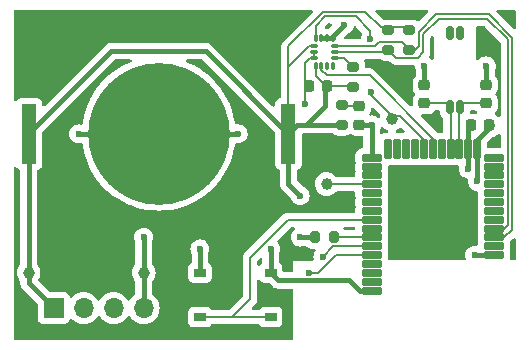
<source format=gbr>
%TF.GenerationSoftware,KiCad,Pcbnew,8.0.3*%
%TF.CreationDate,2024-06-24T08:11:51-04:00*%
%TF.ProjectId,bike_cadence_meter,62696b65-5f63-4616-9465-6e63655f6d65,rev?*%
%TF.SameCoordinates,Original*%
%TF.FileFunction,Copper,L1,Top*%
%TF.FilePolarity,Positive*%
%FSLAX46Y46*%
G04 Gerber Fmt 4.6, Leading zero omitted, Abs format (unit mm)*
G04 Created by KiCad (PCBNEW 8.0.3) date 2024-06-24 08:11:51*
%MOMM*%
%LPD*%
G01*
G04 APERTURE LIST*
G04 Aperture macros list*
%AMRoundRect*
0 Rectangle with rounded corners*
0 $1 Rounding radius*
0 $2 $3 $4 $5 $6 $7 $8 $9 X,Y pos of 4 corners*
0 Add a 4 corners polygon primitive as box body*
4,1,4,$2,$3,$4,$5,$6,$7,$8,$9,$2,$3,0*
0 Add four circle primitives for the rounded corners*
1,1,$1+$1,$2,$3*
1,1,$1+$1,$4,$5*
1,1,$1+$1,$6,$7*
1,1,$1+$1,$8,$9*
0 Add four rect primitives between the rounded corners*
20,1,$1+$1,$2,$3,$4,$5,0*
20,1,$1+$1,$4,$5,$6,$7,0*
20,1,$1+$1,$6,$7,$8,$9,0*
20,1,$1+$1,$8,$9,$2,$3,0*%
G04 Aperture macros list end*
%TA.AperFunction,SMDPad,CuDef*%
%ADD10C,1.000000*%
%TD*%
%TA.AperFunction,SMDPad,CuDef*%
%ADD11RoundRect,0.200000X0.275000X-0.200000X0.275000X0.200000X-0.275000X0.200000X-0.275000X-0.200000X0*%
%TD*%
%TA.AperFunction,ComponentPad*%
%ADD12R,1.700000X1.700000*%
%TD*%
%TA.AperFunction,ComponentPad*%
%ADD13O,1.700000X1.700000*%
%TD*%
%TA.AperFunction,SMDPad,CuDef*%
%ADD14RoundRect,0.200000X-0.275000X0.200000X-0.275000X-0.200000X0.275000X-0.200000X0.275000X0.200000X0*%
%TD*%
%TA.AperFunction,SMDPad,CuDef*%
%ADD15RoundRect,0.225000X0.225000X0.250000X-0.225000X0.250000X-0.225000X-0.250000X0.225000X-0.250000X0*%
%TD*%
%TA.AperFunction,SMDPad,CuDef*%
%ADD16RoundRect,0.225000X-0.250000X0.225000X-0.250000X-0.225000X0.250000X-0.225000X0.250000X0.225000X0*%
%TD*%
%TA.AperFunction,SMDPad,CuDef*%
%ADD17RoundRect,0.200000X-0.200000X-0.275000X0.200000X-0.275000X0.200000X0.275000X-0.200000X0.275000X0*%
%TD*%
%TA.AperFunction,SMDPad,CuDef*%
%ADD18RoundRect,0.150000X0.725000X0.150000X-0.725000X0.150000X-0.725000X-0.150000X0.725000X-0.150000X0*%
%TD*%
%TA.AperFunction,SMDPad,CuDef*%
%ADD19RoundRect,0.150000X-0.150000X0.725000X-0.150000X-0.725000X0.150000X-0.725000X0.150000X0.725000X0*%
%TD*%
%TA.AperFunction,SMDPad,CuDef*%
%ADD20R,1.000000X0.750000*%
%TD*%
%TA.AperFunction,SMDPad,CuDef*%
%ADD21RoundRect,0.218750X-0.256250X0.218750X-0.256250X-0.218750X0.256250X-0.218750X0.256250X0.218750X0*%
%TD*%
%TA.AperFunction,SMDPad,CuDef*%
%ADD22RoundRect,0.150000X0.150000X-0.450000X0.150000X0.450000X-0.150000X0.450000X-0.150000X-0.450000X0*%
%TD*%
%TA.AperFunction,SMDPad,CuDef*%
%ADD23C,12.000000*%
%TD*%
%TA.AperFunction,SMDPad,CuDef*%
%ADD24R,1.270000X5.080000*%
%TD*%
%TA.AperFunction,SMDPad,CuDef*%
%ADD25RoundRect,0.087500X-0.087500X0.225000X-0.087500X-0.225000X0.087500X-0.225000X0.087500X0.225000X0*%
%TD*%
%TA.AperFunction,SMDPad,CuDef*%
%ADD26RoundRect,0.087500X-0.225000X0.087500X-0.225000X-0.087500X0.225000X-0.087500X0.225000X0.087500X0*%
%TD*%
%TA.AperFunction,ViaPad*%
%ADD27C,0.600000*%
%TD*%
%TA.AperFunction,Conductor*%
%ADD28C,0.200000*%
%TD*%
%TA.AperFunction,Conductor*%
%ADD29C,0.400000*%
%TD*%
G04 APERTURE END LIST*
D10*
%TO.P,TP4,1,1*%
%TO.N,INT_1*%
X57250000Y-30750000D03*
%TD*%
%TO.P,VCC,1,1*%
%TO.N,VCC*%
X26500000Y-43750000D03*
%TD*%
%TO.P,GND,1,1*%
%TO.N,GND*%
X36250000Y-43750000D03*
%TD*%
%TO.P,P13,1,1*%
%TO.N,Net-(TP1-Pad1)*%
X51750000Y-36250000D03*
%TD*%
D11*
%TO.P,R5,1*%
%TO.N,VCC*%
X53000000Y-31250000D03*
%TO.P,R5,2*%
%TO.N,Net-(D1-K)*%
X53000000Y-29600000D03*
%TD*%
%TO.P,R2,1*%
%TO.N,SDA_1*%
X58750000Y-24900000D03*
%TO.P,R2,2*%
%TO.N,VCC*%
X58750000Y-23250000D03*
%TD*%
D12*
%TO.P,J2,1,Pin_1*%
%TO.N,VCC*%
X28630000Y-46750000D03*
D13*
%TO.P,J2,2,Pin_2*%
%TO.N,SWDIO*%
X31170000Y-46750000D03*
%TO.P,J2,3,Pin_3*%
%TO.N,SWDCLK*%
X33710000Y-46750000D03*
%TO.P,J2,4,Pin_4*%
%TO.N,GND*%
X36250000Y-46750000D03*
%TD*%
D14*
%TO.P,R4,1*%
%TO.N,Net-(U2-CS)*%
X54000000Y-26350000D03*
%TO.P,R4,2*%
%TO.N,VCC*%
X54000000Y-28000000D03*
%TD*%
%TO.P,R1,1*%
%TO.N,VCC*%
X56950000Y-23250000D03*
%TO.P,R1,2*%
%TO.N,SCL_1*%
X56950000Y-24900000D03*
%TD*%
D15*
%TO.P,C2,1*%
%TO.N,GND*%
X65500000Y-31280000D03*
%TO.P,C2,2*%
%TO.N,VCC*%
X63950000Y-31280000D03*
%TD*%
D16*
%TO.P,C6,1*%
%TO.N,GND*%
X60000000Y-27862500D03*
%TO.P,C6,2*%
%TO.N,XL2*%
X60000000Y-29412500D03*
%TD*%
D15*
%TO.P,C1,1*%
%TO.N,VCC*%
X51800000Y-27970000D03*
%TO.P,C1,2*%
%TO.N,GND*%
X50250000Y-27970000D03*
%TD*%
D17*
%TO.P,R3,1*%
%TO.N,VCC*%
X50750000Y-40750000D03*
%TO.P,R3,2*%
%TO.N,Net-(U1-nRESET)*%
X52400000Y-40750000D03*
%TD*%
D18*
%TO.P,U1,39,GND*%
%TO.N,GND*%
X65900000Y-42280000D03*
%TO.P,U1,38,CLK*%
%TO.N,unconnected-(U1-CLK-Pad38)*%
X65900000Y-41530000D03*
%TO.P,U1,37,SDA*%
%TO.N,SDA_1*%
X65900000Y-40780000D03*
%TO.P,U1,36,SCL*%
%TO.N,SCL_1*%
X65900000Y-40030000D03*
%TO.P,U1,35,I/O*%
%TO.N,unconnected-(U1-I{slash}O-Pad35)*%
X65900000Y-39280000D03*
%TO.P,U1,34,I/O*%
%TO.N,unconnected-(U1-I{slash}O-Pad34)*%
X65900000Y-38530000D03*
%TO.P,U1,33,I/O*%
%TO.N,unconnected-(U1-I{slash}O-Pad33)*%
X65900000Y-37780000D03*
%TO.P,U1,32,I/O*%
%TO.N,unconnected-(U1-I{slash}O-Pad32)*%
X65900000Y-37030000D03*
%TO.P,U1,31,I/O*%
%TO.N,unconnected-(U1-I{slash}O-Pad31)*%
X65900000Y-36280000D03*
%TO.P,U1,30,I/O*%
%TO.N,unconnected-(U1-I{slash}O-Pad30)*%
X65900000Y-35530000D03*
%TO.P,U1,29,I/O*%
%TO.N,unconnected-(U1-I{slash}O-Pad29)*%
X65900000Y-34780000D03*
%TO.P,U1,28,I/O*%
%TO.N,unconnected-(U1-I{slash}O-Pad28)*%
X65900000Y-34030000D03*
D19*
%TO.P,U1,27,GND*%
%TO.N,GND*%
X64475000Y-33280000D03*
%TO.P,U1,26,VDD*%
%TO.N,VCC*%
X63725000Y-33280000D03*
%TO.P,U1,25,XL1*%
%TO.N,XL1*%
X62975000Y-33280000D03*
%TO.P,U1,24,XL2*%
%TO.N,XL2*%
X62225000Y-33280000D03*
%TO.P,U1,23,I/O*%
%TO.N,unconnected-(U1-I{slash}O-Pad23)*%
X61475000Y-33280000D03*
%TO.P,U1,22,I/O*%
%TO.N,INT_2*%
X60725000Y-33280000D03*
%TO.P,U1,21,I/O*%
%TO.N,INT_1*%
X59975000Y-33280000D03*
%TO.P,U1,20,RTS*%
%TO.N,unconnected-(U1-RTS-Pad20)*%
X59225000Y-33280000D03*
%TO.P,U1,19,TX*%
%TO.N,unconnected-(U1-TX-Pad19)*%
X58475000Y-33280000D03*
%TO.P,U1,18,CTS*%
%TO.N,unconnected-(U1-CTS-Pad18)*%
X57725000Y-33280000D03*
%TO.P,U1,17,RX*%
%TO.N,unconnected-(U1-RX-Pad17)*%
X56975000Y-33280000D03*
D18*
%TO.P,U1,16,GND*%
%TO.N,GND*%
X55550000Y-34030000D03*
%TO.P,U1,15,NFC1*%
%TO.N,unconnected-(U1-NFC1-Pad15)*%
X55550000Y-34780000D03*
%TO.P,U1,14,NFC2*%
%TO.N,unconnected-(U1-NFC2-Pad14)*%
X55550000Y-35530000D03*
%TO.P,U1,13,I/O*%
%TO.N,Net-(TP1-Pad1)*%
X55550000Y-36280000D03*
%TO.P,U1,12*%
%TO.N,unconnected-(U1-Pad12)*%
X55550000Y-37030000D03*
%TO.P,U1,11*%
%TO.N,unconnected-(U1-Pad11)*%
X55550000Y-37780000D03*
%TO.P,U1,10*%
%TO.N,unconnected-(U1-Pad10)*%
X55550000Y-38530000D03*
%TO.P,U1,9,I/O*%
%TO.N,I{slash}O 9*%
X55550000Y-39280000D03*
%TO.P,U1,8*%
%TO.N,unconnected-(U1-Pad8)*%
X55550000Y-40030000D03*
%TO.P,U1,7,nRESET*%
%TO.N,Net-(U1-nRESET)*%
X55550000Y-40780000D03*
%TO.P,U1,6,SWDCLK*%
%TO.N,SWDCLK*%
X55550000Y-41530000D03*
%TO.P,U1,5,SWDIO*%
%TO.N,SWDIO*%
X55550000Y-42280000D03*
%TO.P,U1,4,I/O*%
%TO.N,unconnected-(U1-I{slash}O-Pad4)*%
X55550000Y-43030000D03*
%TO.P,U1,3,MOSI*%
%TO.N,unconnected-(U1-MOSI-Pad3)*%
X55550000Y-43780000D03*
%TO.P,U1,2,MISO*%
%TO.N,unconnected-(U1-MISO-Pad2)*%
X55550000Y-44530000D03*
%TO.P,U1,1,GND*%
%TO.N,GND*%
X55550000Y-45280000D03*
%TD*%
D20*
%TO.P,SW1,1,1*%
%TO.N,I{slash}O 9*%
X47000000Y-47500000D03*
X41000000Y-47500000D03*
%TO.P,SW1,2,2*%
%TO.N,GND*%
X47000000Y-43750000D03*
X41000000Y-43750000D03*
%TD*%
D21*
%TO.P,D1,1,K*%
%TO.N,Net-(D1-K)*%
X54500000Y-29675000D03*
%TO.P,D1,2,A*%
%TO.N,GND*%
X54500000Y-31250000D03*
%TD*%
D22*
%TO.P,Y1,4*%
%TO.N,N/C*%
X62150000Y-23450000D03*
%TO.P,Y1,3*%
X63050000Y-23450000D03*
%TO.P,Y1,2,2*%
%TO.N,XL2*%
X62150000Y-29750000D03*
%TO.P,Y1,1,1*%
%TO.N,XL1*%
X63050000Y-29750000D03*
%TD*%
D23*
%TO.P,J1,N*%
%TO.N,GND*%
X37515000Y-32000000D03*
D24*
%TO.P,J1,P1*%
%TO.N,VCC*%
X48500000Y-32000000D03*
%TO.P,J1,P2*%
X26530000Y-32000000D03*
%TD*%
D16*
%TO.P,C5,1*%
%TO.N,GND*%
X65250000Y-27862500D03*
%TO.P,C5,2*%
%TO.N,XL1*%
X65250000Y-29412500D03*
%TD*%
D25*
%TO.P,U2,1,SDO/SA0*%
%TO.N,GND*%
X52300000Y-23925000D03*
%TO.P,U2,2,SDX*%
X51800000Y-23925000D03*
%TO.P,U2,3,SCX*%
X51300000Y-23925000D03*
%TO.P,U2,4,INT1*%
%TO.N,INT_1*%
X50800000Y-23925000D03*
D26*
%TO.P,U2,5,VDDIO*%
%TO.N,VCC*%
X50637500Y-24587500D03*
%TO.P,U2,6,GND*%
%TO.N,GND*%
X50637500Y-25087500D03*
%TO.P,U2,7,GND*%
X50637500Y-25587500D03*
D25*
%TO.P,U2,8,VDD*%
%TO.N,VCC*%
X50800000Y-26250000D03*
%TO.P,U2,9,INT2*%
%TO.N,INT_2*%
X51300000Y-26250000D03*
%TO.P,U2,10,NC*%
%TO.N,unconnected-(U2-NC-Pad10)*%
X51800000Y-26250000D03*
%TO.P,U2,11,NC*%
%TO.N,unconnected-(U2-NC-Pad11)*%
X52300000Y-26250000D03*
D26*
%TO.P,U2,12,CS*%
%TO.N,Net-(U2-CS)*%
X52462500Y-25587500D03*
%TO.P,U2,13,SCL*%
%TO.N,SCL_1*%
X52462500Y-25087500D03*
%TO.P,U2,14,SDA*%
%TO.N,SDA_1*%
X52462500Y-24587500D03*
%TD*%
D27*
%TO.N,GND*%
X53250000Y-22750000D03*
X60000000Y-26250000D03*
X36250000Y-40750000D03*
X65250000Y-26250000D03*
X64475000Y-36025000D03*
X47000000Y-41750000D03*
X55550000Y-31250000D03*
X30750000Y-32000000D03*
X41000000Y-41750000D03*
X44250000Y-32000000D03*
X49925000Y-29500000D03*
X64280000Y-42280000D03*
%TO.N,VCC*%
X63725000Y-34955000D03*
X49500000Y-40750000D03*
X49500000Y-37250000D03*
%TO.N,SWDCLK*%
X51420000Y-42420000D03*
%TO.N,INT_1*%
X55500000Y-28500000D03*
X55450000Y-23987500D03*
%TO.N,SWDIO*%
X50250000Y-43750000D03*
%TD*%
D28*
%TO.N,INT_1*%
X57957106Y-30500000D02*
X59975000Y-32517894D01*
X59975000Y-32517894D02*
X59975000Y-33280000D01*
X57250000Y-30500000D02*
X57957106Y-30500000D01*
X55500000Y-28750000D02*
X57250000Y-30500000D01*
X55500000Y-28500000D02*
X55500000Y-28750000D01*
%TO.N,Net-(TP1-Pad1)*%
X51780000Y-36280000D02*
X51750000Y-36250000D01*
X55550000Y-36280000D02*
X51780000Y-36280000D01*
D29*
%TO.N,VCC*%
X26500000Y-32030000D02*
X26530000Y-32000000D01*
X26500000Y-43750000D02*
X26500000Y-32030000D01*
X26500000Y-43750000D02*
X26500000Y-44620000D01*
X26500000Y-44620000D02*
X28630000Y-46750000D01*
%TO.N,GND*%
X36250000Y-43750000D02*
X36250000Y-40750000D01*
X36250000Y-46750000D02*
X36250000Y-43750000D01*
D28*
X64600000Y-33255000D02*
X64575000Y-33280000D01*
X49925000Y-25987501D02*
X50325001Y-25587500D01*
D29*
X55550000Y-31250000D02*
X54500000Y-31250000D01*
X64475000Y-32530000D02*
X65725000Y-31280000D01*
X53650000Y-44400000D02*
X54530000Y-45280000D01*
X52300000Y-23700000D02*
X52300000Y-23925000D01*
X54530000Y-45280000D02*
X55550000Y-45280000D01*
X37515000Y-32000000D02*
X30750000Y-32000000D01*
X41000000Y-43750000D02*
X41000000Y-41750000D01*
X51800000Y-23925000D02*
X51375000Y-23925000D01*
D28*
X66650000Y-42280000D02*
X65800000Y-42280000D01*
D29*
X55550000Y-34030000D02*
X55550000Y-31250000D01*
X60000000Y-27775000D02*
X60000000Y-26250000D01*
D28*
X49925000Y-29500000D02*
X49925000Y-25987501D01*
D29*
X64475000Y-36025000D02*
X64475000Y-33280000D01*
X52300000Y-23925000D02*
X51800000Y-23925000D01*
D28*
X64600000Y-33305000D02*
X64375000Y-33530000D01*
X50637500Y-25587500D02*
X50637500Y-25087500D01*
D29*
X47000000Y-41750000D02*
X47000000Y-43750000D01*
X47000000Y-43750000D02*
X47650000Y-44400000D01*
X64475000Y-33280000D02*
X64475000Y-32530000D01*
X44250000Y-32000000D02*
X37515000Y-32000000D01*
X47650000Y-44400000D02*
X53650000Y-44400000D01*
X64280000Y-42280000D02*
X65900000Y-42280000D01*
X35820000Y-35000000D02*
X35790000Y-35030000D01*
X53250000Y-22750000D02*
X52300000Y-23700000D01*
X65250000Y-27775000D02*
X65250000Y-26250000D01*
D28*
X50325001Y-25587500D02*
X50637500Y-25587500D01*
D29*
%TO.N,VCC*%
X26530000Y-31970000D02*
X33500000Y-25000000D01*
D28*
X56300000Y-23000000D02*
X54950000Y-21650000D01*
D29*
X41500000Y-25000000D02*
X48500000Y-32000000D01*
X51562500Y-29687500D02*
X50000000Y-31250000D01*
D28*
X50800000Y-26250000D02*
X50800000Y-27120000D01*
D29*
X63690000Y-33245000D02*
X63725000Y-33280000D01*
X53000000Y-31250000D02*
X50000000Y-31250000D01*
D28*
X63850000Y-33305000D02*
X63825000Y-33280000D01*
D29*
X49500000Y-37250000D02*
X48500000Y-36250000D01*
D28*
X58750000Y-23000000D02*
X56950000Y-23000000D01*
X48500000Y-26362068D02*
X48500000Y-27000000D01*
X51562500Y-27970000D02*
X53970000Y-27970000D01*
X50800000Y-27120000D02*
X51650000Y-27970000D01*
D29*
X51562500Y-27970000D02*
X51562500Y-29687500D01*
X33500000Y-25000000D02*
X41500000Y-25000000D01*
X63725000Y-33280000D02*
X63725000Y-31555000D01*
X50750000Y-40750000D02*
X49500000Y-40750000D01*
D28*
X50637500Y-24587500D02*
X50274568Y-24587500D01*
D29*
X63725000Y-34955000D02*
X63725000Y-33280000D01*
D28*
X48500000Y-24605784D02*
X48500001Y-24605784D01*
X48500000Y-32000000D02*
X48500000Y-27000000D01*
X54950000Y-21650000D02*
X51455785Y-21650000D01*
X63825000Y-34855000D02*
X63725000Y-34955000D01*
D29*
X63725000Y-31555000D02*
X64000000Y-31280000D01*
D28*
X48500000Y-27000000D02*
X48500000Y-24605784D01*
D29*
X50000000Y-31250000D02*
X49250000Y-31250000D01*
D28*
X50274568Y-24587500D02*
X48500000Y-26362068D01*
X63650000Y-33305000D02*
X63625000Y-33280000D01*
X56950000Y-23000000D02*
X56300000Y-23000000D01*
X53970000Y-27970000D02*
X54000000Y-28000000D01*
X48500001Y-24605784D02*
X51455785Y-21650000D01*
D29*
X48500000Y-36250000D02*
X48500000Y-32000000D01*
X49250000Y-31250000D02*
X48500000Y-32000000D01*
X26530000Y-32000000D02*
X26530000Y-31970000D01*
D28*
%TO.N,SCL_1*%
X57600000Y-25550000D02*
X59450000Y-25550000D01*
X65355000Y-22280000D02*
X67075000Y-24000000D01*
X59925000Y-25075000D02*
X59925000Y-23575000D01*
X59450000Y-25550000D02*
X59925000Y-25075000D01*
X67075000Y-24000000D02*
X67075000Y-39729999D01*
X61220000Y-22280000D02*
X65355000Y-22280000D01*
X66774999Y-40030000D02*
X65900000Y-40030000D01*
X67075000Y-39729999D02*
X66774999Y-40030000D01*
X52712500Y-25087500D02*
X56512500Y-25087500D01*
X56950000Y-24900000D02*
X57600000Y-25550000D01*
X59925000Y-23575000D02*
X61220000Y-22280000D01*
X56512500Y-25087500D02*
X56950000Y-24650000D01*
%TO.N,SDA_1*%
X65449975Y-21880000D02*
X67425000Y-23855025D01*
X58100000Y-24250000D02*
X58750000Y-24900000D01*
X55824852Y-24587500D02*
X56162352Y-24250000D01*
X56162352Y-24250000D02*
X58100000Y-24250000D01*
X58750000Y-24900000D02*
X59192674Y-24900000D01*
X59192674Y-24900000D02*
X59525000Y-24567674D01*
X55824852Y-24587500D02*
X52712500Y-24587500D01*
X67425000Y-40129999D02*
X66774999Y-40780000D01*
X60984315Y-21880000D02*
X65449975Y-21880000D01*
X66774999Y-40780000D02*
X65900000Y-40780000D01*
X59525000Y-24567674D02*
X59525000Y-23339315D01*
X59525000Y-23339315D02*
X60984315Y-21880000D01*
X67425000Y-23855025D02*
X67425000Y-40129999D01*
%TO.N,Net-(U1-nRESET)*%
X55550000Y-40780000D02*
X52620000Y-40780000D01*
%TO.N,SWDCLK*%
X52310000Y-41530000D02*
X55450000Y-41530000D01*
X51420000Y-42420000D02*
X52310000Y-41530000D01*
%TO.N,INT_1*%
X54200000Y-22050000D02*
X51621471Y-22050000D01*
X50800000Y-22871471D02*
X50800000Y-23925000D01*
X55450000Y-23300000D02*
X54200000Y-22050000D01*
X51621471Y-22050000D02*
X50800000Y-22871471D01*
X55450000Y-23987500D02*
X55450000Y-23300000D01*
%TO.N,SWDIO*%
X52497818Y-42280000D02*
X55450000Y-42280000D01*
X51027818Y-43750000D02*
X52497818Y-42280000D01*
X50250000Y-43750000D02*
X51027818Y-43750000D01*
%TO.N,XL2*%
X60000000Y-29412500D02*
X62032500Y-29412500D01*
X62150000Y-29750000D02*
X62225000Y-29825000D01*
X62032500Y-29412500D02*
X62150000Y-29530000D01*
X62225000Y-29825000D02*
X62225000Y-33280000D01*
%TO.N,XL1*%
X63050000Y-33255000D02*
X63075000Y-33280000D01*
X63167500Y-29412500D02*
X63050000Y-29530000D01*
X62930000Y-33475000D02*
X62875000Y-33530000D01*
X65250000Y-29412500D02*
X63167500Y-29412500D01*
X62975000Y-29825000D02*
X62975000Y-33280000D01*
X62930000Y-33135000D02*
X63075000Y-33280000D01*
X63050000Y-29750000D02*
X62975000Y-29825000D01*
%TO.N,INT_2*%
X60625000Y-33530000D02*
X60625000Y-32605000D01*
X55369999Y-27050000D02*
X60725000Y-32405001D01*
X51737068Y-27050000D02*
X55369999Y-27050000D01*
X51300000Y-26250000D02*
X51300000Y-26612932D01*
X60725000Y-32405001D02*
X60725000Y-33280000D01*
X51300000Y-26612932D02*
X51737068Y-27050000D01*
%TO.N,Net-(D1-K)*%
X53075000Y-29675000D02*
X53000000Y-29600000D01*
X54500000Y-29675000D02*
X53075000Y-29675000D01*
X54425000Y-29600000D02*
X54500000Y-29675000D01*
%TO.N,Net-(U2-CS)*%
X53237500Y-25587500D02*
X52462500Y-25587500D01*
X54000000Y-26350000D02*
X53237500Y-25587500D01*
%TO.N,I{slash}O 9*%
X48470000Y-39280000D02*
X45250000Y-42500000D01*
X47000000Y-47500000D02*
X43750000Y-47500000D01*
X45250000Y-42500000D02*
X45250000Y-46000000D01*
X55550000Y-39280000D02*
X48470000Y-39280000D01*
X45250000Y-46000000D02*
X43750000Y-47500000D01*
X43750000Y-47500000D02*
X41000000Y-47500000D01*
%TD*%
%TA.AperFunction,NonConductor*%
G36*
X60282256Y-21520185D02*
G01*
X60328011Y-21572989D01*
X60337955Y-21642147D01*
X60308930Y-21705703D01*
X60302898Y-21712181D01*
X59566501Y-22448577D01*
X59505178Y-22482062D01*
X59435486Y-22477078D01*
X59414670Y-22467013D01*
X59314606Y-22406522D01*
X59274055Y-22393886D01*
X59152196Y-22355914D01*
X59152194Y-22355913D01*
X59152192Y-22355913D01*
X59102778Y-22351423D01*
X59081616Y-22349500D01*
X58418384Y-22349500D01*
X58347804Y-22355914D01*
X58253731Y-22385227D01*
X58225945Y-22393886D01*
X58189056Y-22399500D01*
X57510944Y-22399500D01*
X57474055Y-22393886D01*
X57458373Y-22388999D01*
X57352196Y-22355914D01*
X57281616Y-22349500D01*
X56618384Y-22349500D01*
X56605265Y-22350692D01*
X56566538Y-22354211D01*
X56497992Y-22340674D01*
X56467636Y-22318401D01*
X55861416Y-21712181D01*
X55827931Y-21650858D01*
X55832915Y-21581166D01*
X55874787Y-21525233D01*
X55940251Y-21500816D01*
X55949097Y-21500500D01*
X60215217Y-21500500D01*
X60282256Y-21520185D01*
G37*
%TD.AperFunction*%
%TA.AperFunction,NonConductor*%
G36*
X52126520Y-22670185D02*
G01*
X52172275Y-22722989D01*
X52182219Y-22792147D01*
X52153194Y-22855703D01*
X52147162Y-22862181D01*
X51933662Y-23075681D01*
X51872339Y-23109166D01*
X51845981Y-23112000D01*
X51708068Y-23112000D01*
X51641029Y-23092315D01*
X51595274Y-23039511D01*
X51585330Y-22970353D01*
X51614355Y-22906797D01*
X51620387Y-22900319D01*
X51833887Y-22686819D01*
X51895210Y-22653334D01*
X51921568Y-22650500D01*
X52059481Y-22650500D01*
X52126520Y-22670185D01*
G37*
%TD.AperFunction*%
%TA.AperFunction,NonConductor*%
G36*
X67692539Y-21520185D02*
G01*
X67738294Y-21572989D01*
X67749500Y-21624500D01*
X67749500Y-23030928D01*
X67729815Y-23097967D01*
X67677011Y-23143722D01*
X67607853Y-23153666D01*
X67544297Y-23124641D01*
X67537819Y-23118609D01*
X66131391Y-21712181D01*
X66097906Y-21650858D01*
X66102890Y-21581166D01*
X66144762Y-21525233D01*
X66210226Y-21500816D01*
X66219072Y-21500500D01*
X67625500Y-21500500D01*
X67692539Y-21520185D01*
G37*
%TD.AperFunction*%
%TA.AperFunction,NonConductor*%
G36*
X54194881Y-22902262D02*
G01*
X54225368Y-22924603D01*
X54737070Y-23436305D01*
X54770555Y-23497628D01*
X54765571Y-23567320D01*
X54754384Y-23589956D01*
X54724211Y-23637977D01*
X54664630Y-23808250D01*
X54656898Y-23876883D01*
X54629832Y-23941297D01*
X54572237Y-23980852D01*
X54533678Y-23987000D01*
X53303019Y-23987000D01*
X53235980Y-23967315D01*
X53190225Y-23914511D01*
X53180281Y-23845353D01*
X53209306Y-23781797D01*
X53215329Y-23775326D01*
X53449292Y-23541363D01*
X53496013Y-23512007D01*
X53599522Y-23475789D01*
X53752262Y-23379816D01*
X53879816Y-23252262D01*
X53975789Y-23099522D01*
X54020645Y-22971329D01*
X54061367Y-22914554D01*
X54126319Y-22888806D01*
X54194881Y-22902262D01*
G37*
%TD.AperFunction*%
%TA.AperFunction,NonConductor*%
G36*
X60719334Y-23732415D02*
G01*
X60775267Y-23774287D01*
X60799684Y-23839751D01*
X60800000Y-23848597D01*
X60800000Y-25618560D01*
X60780315Y-25685599D01*
X60727511Y-25731354D01*
X60658353Y-25741298D01*
X60594797Y-25712273D01*
X60588319Y-25706241D01*
X60502262Y-25620184D01*
X60457649Y-25592152D01*
X60411358Y-25539817D01*
X60400710Y-25470764D01*
X60416234Y-25425158D01*
X60484577Y-25306784D01*
X60518205Y-25181284D01*
X60525500Y-25154058D01*
X60525500Y-24995943D01*
X60525500Y-23875097D01*
X60545185Y-23808058D01*
X60561819Y-23787416D01*
X60588319Y-23760916D01*
X60649642Y-23727431D01*
X60719334Y-23732415D01*
G37*
%TD.AperFunction*%
%TA.AperFunction,NonConductor*%
G36*
X56323204Y-25705882D02*
G01*
X56385394Y-25743478D01*
X56547804Y-25794086D01*
X56618384Y-25800500D01*
X56949903Y-25800500D01*
X57016942Y-25820185D01*
X57037584Y-25836819D01*
X57115139Y-25914374D01*
X57115149Y-25914385D01*
X57119479Y-25918715D01*
X57119480Y-25918716D01*
X57231284Y-26030520D01*
X57300958Y-26070745D01*
X57318095Y-26080639D01*
X57318097Y-26080641D01*
X57356151Y-26102611D01*
X57368215Y-26109577D01*
X57520943Y-26150501D01*
X57520946Y-26150501D01*
X57686653Y-26150501D01*
X57686669Y-26150500D01*
X59072411Y-26150500D01*
X59139450Y-26170185D01*
X59185205Y-26222989D01*
X59195631Y-26260617D01*
X59214630Y-26429249D01*
X59214631Y-26429254D01*
X59274212Y-26599525D01*
X59280492Y-26609519D01*
X59299500Y-26675493D01*
X59299500Y-27010625D01*
X59279815Y-27077664D01*
X59263182Y-27098306D01*
X59177029Y-27184459D01*
X59088001Y-27328794D01*
X59087996Y-27328805D01*
X59034651Y-27489790D01*
X59024500Y-27589147D01*
X59024500Y-28135837D01*
X59024501Y-28135855D01*
X59034650Y-28235207D01*
X59034651Y-28235210D01*
X59087996Y-28396194D01*
X59088001Y-28396205D01*
X59177029Y-28540540D01*
X59177032Y-28540544D01*
X59186307Y-28549819D01*
X59219792Y-28611142D01*
X59214808Y-28680834D01*
X59186307Y-28725181D01*
X59177032Y-28734455D01*
X59177029Y-28734459D01*
X59088001Y-28878794D01*
X59087996Y-28878805D01*
X59034651Y-29039790D01*
X59024500Y-29139147D01*
X59024500Y-29555904D01*
X59004815Y-29622943D01*
X58952011Y-29668698D01*
X58882853Y-29678642D01*
X58819297Y-29649617D01*
X58812819Y-29643585D01*
X55857589Y-26688355D01*
X55857587Y-26688352D01*
X55738716Y-26569481D01*
X55738715Y-26569480D01*
X55641823Y-26513540D01*
X55641822Y-26513539D01*
X55601782Y-26490422D01*
X55545880Y-26475443D01*
X55449056Y-26449499D01*
X55290942Y-26449499D01*
X55283346Y-26449499D01*
X55283330Y-26449500D01*
X55099500Y-26449500D01*
X55032461Y-26429815D01*
X54986706Y-26377011D01*
X54975500Y-26325500D01*
X54975500Y-26093386D01*
X54973443Y-26070750D01*
X54969086Y-26022804D01*
X54918478Y-25860394D01*
X54918476Y-25860391D01*
X54916246Y-25853233D01*
X54918185Y-25852628D01*
X54910037Y-25793688D01*
X54939406Y-25730290D01*
X54998388Y-25692835D01*
X55032677Y-25688000D01*
X56259055Y-25688000D01*
X56323204Y-25705882D01*
G37*
%TD.AperFunction*%
%TA.AperFunction,NonConductor*%
G36*
X50523727Y-21520185D02*
G01*
X50569482Y-21572989D01*
X50579426Y-21642147D01*
X50550401Y-21705703D01*
X50544369Y-21712181D01*
X48134410Y-24122138D01*
X48134395Y-24122151D01*
X48134396Y-24122152D01*
X48019478Y-24237070D01*
X48019475Y-24237074D01*
X47940426Y-24373993D01*
X47940423Y-24374000D01*
X47899500Y-24526727D01*
X47899500Y-26275398D01*
X47899499Y-26275416D01*
X47899499Y-26451114D01*
X47899500Y-26451127D01*
X47899500Y-28839261D01*
X47879815Y-28906300D01*
X47827011Y-28952055D01*
X47788754Y-28962551D01*
X47757516Y-28965909D01*
X47622671Y-29016202D01*
X47622664Y-29016206D01*
X47507455Y-29102452D01*
X47507452Y-29102455D01*
X47421206Y-29217664D01*
X47421202Y-29217671D01*
X47370908Y-29352517D01*
X47364501Y-29412116D01*
X47364501Y-29412123D01*
X47364500Y-29412135D01*
X47364500Y-29574480D01*
X47344815Y-29641519D01*
X47292011Y-29687274D01*
X47222853Y-29697218D01*
X47159297Y-29668193D01*
X47152819Y-29662161D01*
X41946545Y-24455887D01*
X41831807Y-24379222D01*
X41704332Y-24326421D01*
X41704322Y-24326418D01*
X41568996Y-24299500D01*
X41568994Y-24299500D01*
X41568993Y-24299500D01*
X33568994Y-24299500D01*
X33431007Y-24299500D01*
X33431005Y-24299500D01*
X33295677Y-24326418D01*
X33295667Y-24326421D01*
X33168192Y-24379222D01*
X33053454Y-24455887D01*
X33053453Y-24455888D01*
X27877180Y-29632162D01*
X27815857Y-29665647D01*
X27746165Y-29660663D01*
X27690232Y-29618791D01*
X27665815Y-29553327D01*
X27665499Y-29544481D01*
X27665499Y-29412129D01*
X27665498Y-29412123D01*
X27665497Y-29412116D01*
X27659091Y-29352517D01*
X27615030Y-29234384D01*
X27608797Y-29217671D01*
X27608793Y-29217664D01*
X27522547Y-29102455D01*
X27522544Y-29102452D01*
X27407335Y-29016206D01*
X27407328Y-29016202D01*
X27272482Y-28965908D01*
X27272483Y-28965908D01*
X27212883Y-28959501D01*
X27212881Y-28959500D01*
X27212873Y-28959500D01*
X27212864Y-28959500D01*
X25847129Y-28959500D01*
X25847123Y-28959501D01*
X25787516Y-28965908D01*
X25652671Y-29016202D01*
X25652664Y-29016206D01*
X25537455Y-29102452D01*
X25537452Y-29102455D01*
X25473766Y-29187529D01*
X25417832Y-29229400D01*
X25348141Y-29234384D01*
X25286818Y-29200898D01*
X25253334Y-29139575D01*
X25250500Y-29113218D01*
X25250500Y-21624500D01*
X25270185Y-21557461D01*
X25322989Y-21511706D01*
X25374500Y-21500500D01*
X50456688Y-21500500D01*
X50523727Y-21520185D01*
G37*
%TD.AperFunction*%
%TA.AperFunction,NonConductor*%
G36*
X64377035Y-30032685D02*
G01*
X64415535Y-30071904D01*
X64427031Y-30090543D01*
X64443947Y-30107459D01*
X64477432Y-30168782D01*
X64472448Y-30238474D01*
X64430576Y-30294407D01*
X64365112Y-30318824D01*
X64329688Y-30314399D01*
X64329331Y-30316068D01*
X64322714Y-30314651D01*
X64223352Y-30304500D01*
X64223345Y-30304500D01*
X63974500Y-30304500D01*
X63907461Y-30284815D01*
X63861706Y-30232011D01*
X63850500Y-30180500D01*
X63850500Y-30137000D01*
X63870185Y-30069961D01*
X63922989Y-30024206D01*
X63974500Y-30013000D01*
X64309996Y-30013000D01*
X64377035Y-30032685D01*
G37*
%TD.AperFunction*%
%TA.AperFunction,NonConductor*%
G36*
X65121942Y-22900185D02*
G01*
X65142584Y-22916819D01*
X66438181Y-24212416D01*
X66471666Y-24273739D01*
X66474500Y-24300097D01*
X66474500Y-30454126D01*
X66454815Y-30521165D01*
X66402011Y-30566920D01*
X66332853Y-30576864D01*
X66269297Y-30547839D01*
X66262819Y-30541807D01*
X66178044Y-30457032D01*
X66178040Y-30457029D01*
X66033701Y-30367999D01*
X66031764Y-30367096D01*
X66030657Y-30366121D01*
X66027550Y-30364205D01*
X66027877Y-30363674D01*
X65979322Y-30320927D01*
X65960166Y-30253735D01*
X65980378Y-30186852D01*
X65996472Y-30167039D01*
X66072968Y-30090544D01*
X66162003Y-29946197D01*
X66215349Y-29785208D01*
X66225500Y-29685845D01*
X66225499Y-29139156D01*
X66222849Y-29113218D01*
X66215349Y-29039792D01*
X66215348Y-29039789D01*
X66201414Y-28997738D01*
X66162003Y-28878803D01*
X66161999Y-28878797D01*
X66161998Y-28878794D01*
X66072970Y-28734459D01*
X66072967Y-28734455D01*
X66063693Y-28725181D01*
X66030208Y-28663858D01*
X66035192Y-28594166D01*
X66063693Y-28549819D01*
X66072968Y-28540544D01*
X66162003Y-28396197D01*
X66215349Y-28235208D01*
X66225500Y-28135845D01*
X66225499Y-27589156D01*
X66223776Y-27572292D01*
X66215349Y-27489792D01*
X66215348Y-27489789D01*
X66185564Y-27399906D01*
X66162003Y-27328803D01*
X66161999Y-27328797D01*
X66161998Y-27328794D01*
X66072970Y-27184459D01*
X66072969Y-27184458D01*
X66072968Y-27184456D01*
X65986818Y-27098306D01*
X65953334Y-27036982D01*
X65950500Y-27010625D01*
X65950500Y-26675493D01*
X65969508Y-26609519D01*
X65975787Y-26599525D01*
X65975786Y-26599525D01*
X65975789Y-26599522D01*
X66035368Y-26429255D01*
X66040151Y-26386803D01*
X66055565Y-26250003D01*
X66055565Y-26249996D01*
X66035369Y-26070750D01*
X66035368Y-26070745D01*
X66018593Y-26022804D01*
X65975789Y-25900478D01*
X65974963Y-25899164D01*
X65933884Y-25833787D01*
X65879816Y-25747738D01*
X65752262Y-25620184D01*
X65749677Y-25618560D01*
X65599523Y-25524211D01*
X65429254Y-25464631D01*
X65429249Y-25464630D01*
X65250004Y-25444435D01*
X65249996Y-25444435D01*
X65070750Y-25464630D01*
X65070745Y-25464631D01*
X64900476Y-25524211D01*
X64747737Y-25620184D01*
X64615260Y-25752662D01*
X64614151Y-25751553D01*
X64563747Y-25786925D01*
X64493935Y-25789768D01*
X64433669Y-25754417D01*
X64402082Y-25692094D01*
X64400000Y-25669468D01*
X64400000Y-23004500D01*
X64419685Y-22937461D01*
X64472489Y-22891706D01*
X64524000Y-22880500D01*
X65054903Y-22880500D01*
X65121942Y-22900185D01*
G37*
%TD.AperFunction*%
%TA.AperFunction,NonConductor*%
G36*
X55680703Y-29780384D02*
G01*
X55687177Y-29786412D01*
X55972668Y-30071904D01*
X56255795Y-30355031D01*
X56289280Y-30416354D01*
X56286775Y-30478706D01*
X56263974Y-30553873D01*
X56263103Y-30558251D01*
X56230712Y-30620159D01*
X56169993Y-30654727D01*
X56100224Y-30650981D01*
X56057885Y-30624299D01*
X56057705Y-30624525D01*
X56055675Y-30622906D01*
X56053807Y-30621729D01*
X56052262Y-30620184D01*
X55899523Y-30524211D01*
X55729254Y-30464631D01*
X55729249Y-30464630D01*
X55550004Y-30444435D01*
X55550003Y-30444435D01*
X55550001Y-30444435D01*
X55550000Y-30444435D01*
X55527770Y-30446939D01*
X55493282Y-30450825D01*
X55424460Y-30438769D01*
X55373081Y-30391419D01*
X55355458Y-30323808D01*
X55373860Y-30262510D01*
X55412549Y-30199787D01*
X55465436Y-30040185D01*
X55475500Y-29941674D01*
X55475500Y-29874097D01*
X55495185Y-29807058D01*
X55547989Y-29761303D01*
X55617147Y-29751359D01*
X55680703Y-29780384D01*
G37*
%TD.AperFunction*%
%TA.AperFunction,NonConductor*%
G36*
X61292539Y-30032685D02*
G01*
X61338294Y-30085489D01*
X61349500Y-30137000D01*
X61349500Y-30265701D01*
X61352401Y-30302567D01*
X61352402Y-30302573D01*
X61398254Y-30460393D01*
X61398255Y-30460396D01*
X61398256Y-30460398D01*
X61410635Y-30481329D01*
X61481917Y-30601862D01*
X61481923Y-30601870D01*
X61588181Y-30708128D01*
X61621666Y-30769451D01*
X61624500Y-30795809D01*
X61624500Y-31780500D01*
X61604815Y-31847539D01*
X61552011Y-31893294D01*
X61500500Y-31904500D01*
X61259298Y-31904500D01*
X61222436Y-31907401D01*
X61222421Y-31907404D01*
X61179874Y-31919764D01*
X61110005Y-31919563D01*
X61057602Y-31888368D01*
X59743914Y-30574680D01*
X59710429Y-30513357D01*
X59715413Y-30443665D01*
X59757285Y-30387732D01*
X59822749Y-30363315D01*
X59831573Y-30362999D01*
X60298344Y-30362999D01*
X60298352Y-30362998D01*
X60298355Y-30362998D01*
X60376347Y-30355031D01*
X60397708Y-30352849D01*
X60558697Y-30299503D01*
X60703044Y-30210468D01*
X60822968Y-30090544D01*
X60834465Y-30071903D01*
X60886412Y-30025179D01*
X60940004Y-30013000D01*
X61225500Y-30013000D01*
X61292539Y-30032685D01*
G37*
%TD.AperFunction*%
%TA.AperFunction,NonConductor*%
G36*
X58066431Y-31468035D02*
G01*
X58099600Y-31491729D01*
X58303711Y-31695840D01*
X58337196Y-31757163D01*
X58332212Y-31826855D01*
X58290340Y-31882788D01*
X58228631Y-31906059D01*
X58228669Y-31906263D01*
X58227550Y-31906467D01*
X58225772Y-31907138D01*
X58222442Y-31907400D01*
X58222432Y-31907401D01*
X58222431Y-31907402D01*
X58222428Y-31907402D01*
X58222427Y-31907403D01*
X58134593Y-31932920D01*
X58065407Y-31932920D01*
X57988091Y-31910459D01*
X57977569Y-31907402D01*
X57977566Y-31907401D01*
X57977563Y-31907401D01*
X57940701Y-31904500D01*
X57940694Y-31904500D01*
X57707534Y-31904500D01*
X57640495Y-31884815D01*
X57594740Y-31832011D01*
X57584796Y-31762853D01*
X57613821Y-31699297D01*
X57649081Y-31671142D01*
X57808532Y-31585913D01*
X57808538Y-31585910D01*
X57933255Y-31483556D01*
X57997563Y-31456244D01*
X58066431Y-31468035D01*
G37*
%TD.AperFunction*%
%TA.AperFunction,NonConductor*%
G36*
X56489860Y-31416613D02*
G01*
X56528519Y-31447970D01*
X56539116Y-31460883D01*
X56691460Y-31585909D01*
X56691467Y-31585913D01*
X56850919Y-31671142D01*
X56900763Y-31720104D01*
X56916224Y-31788242D01*
X56892393Y-31853921D01*
X56836835Y-31896290D01*
X56792466Y-31904500D01*
X56759298Y-31904500D01*
X56722432Y-31907401D01*
X56722426Y-31907402D01*
X56564606Y-31953254D01*
X56564605Y-31953254D01*
X56437620Y-32028352D01*
X56369896Y-32045534D01*
X56303634Y-32023373D01*
X56259871Y-31968907D01*
X56250500Y-31921619D01*
X56250500Y-31675493D01*
X56269508Y-31609519D01*
X56275787Y-31599525D01*
X56275786Y-31599525D01*
X56275789Y-31599522D01*
X56315624Y-31485679D01*
X56356346Y-31428904D01*
X56421299Y-31403157D01*
X56489860Y-31416613D01*
G37*
%TD.AperFunction*%
%TA.AperFunction,NonConductor*%
G36*
X66393834Y-31989692D02*
G01*
X66449767Y-32031564D01*
X66474184Y-32097028D01*
X66474500Y-32105874D01*
X66474500Y-33105500D01*
X66454815Y-33172539D01*
X66402011Y-33218294D01*
X66350500Y-33229500D01*
X65399500Y-33229500D01*
X65332461Y-33209815D01*
X65286706Y-33157011D01*
X65275500Y-33105500D01*
X65275500Y-32771518D01*
X65295185Y-32704479D01*
X65311815Y-32683841D01*
X65705187Y-32290468D01*
X65766510Y-32256984D01*
X65780267Y-32254792D01*
X65841528Y-32248534D01*
X65872708Y-32245349D01*
X66033697Y-32192003D01*
X66178044Y-32102968D01*
X66262819Y-32018193D01*
X66324142Y-31984708D01*
X66393834Y-31989692D01*
G37*
%TD.AperFunction*%
%TA.AperFunction,NonConductor*%
G36*
X54117539Y-39900185D02*
G01*
X54163294Y-39952989D01*
X54174500Y-40004500D01*
X54174500Y-40055500D01*
X54154815Y-40122539D01*
X54102011Y-40168294D01*
X54050500Y-40179500D01*
X53309851Y-40179500D01*
X53242812Y-40159815D01*
X53203735Y-40119651D01*
X53172904Y-40068651D01*
X53155067Y-40001096D01*
X53176584Y-39934622D01*
X53230624Y-39890334D01*
X53279020Y-39880500D01*
X54050500Y-39880500D01*
X54117539Y-39900185D01*
G37*
%TD.AperFunction*%
%TA.AperFunction,NonConductor*%
G36*
X67668834Y-40837913D02*
G01*
X67724767Y-40879785D01*
X67749184Y-40945249D01*
X67749500Y-40954095D01*
X67749500Y-42575500D01*
X67729815Y-42642539D01*
X67677011Y-42688294D01*
X67625500Y-42699500D01*
X67389253Y-42699500D01*
X67322214Y-42679815D01*
X67276459Y-42627011D01*
X67266515Y-42557853D01*
X67270176Y-42540908D01*
X67272597Y-42532573D01*
X67272598Y-42532567D01*
X67273210Y-42524787D01*
X67275500Y-42495694D01*
X67275500Y-42064306D01*
X67272598Y-42027431D01*
X67247079Y-41939595D01*
X67247079Y-41870404D01*
X67248025Y-41867147D01*
X67272598Y-41782569D01*
X67275500Y-41745694D01*
X67275500Y-41314306D01*
X67272598Y-41277431D01*
X67260235Y-41234877D01*
X67260434Y-41165010D01*
X67291628Y-41112604D01*
X67537820Y-40866413D01*
X67599142Y-40832929D01*
X67668834Y-40837913D01*
G37*
%TD.AperFunction*%
%TA.AperFunction,NonConductor*%
G36*
X57472431Y-34652598D02*
G01*
X57509306Y-34655500D01*
X57509314Y-34655500D01*
X57940686Y-34655500D01*
X57940694Y-34655500D01*
X57977569Y-34652598D01*
X58065405Y-34627079D01*
X58134595Y-34627079D01*
X58222431Y-34652598D01*
X58259306Y-34655500D01*
X58259314Y-34655500D01*
X58690686Y-34655500D01*
X58690694Y-34655500D01*
X58727569Y-34652598D01*
X58815405Y-34627079D01*
X58884595Y-34627079D01*
X58972431Y-34652598D01*
X59009306Y-34655500D01*
X59009314Y-34655500D01*
X59440686Y-34655500D01*
X59440694Y-34655500D01*
X59477569Y-34652598D01*
X59565405Y-34627079D01*
X59634595Y-34627079D01*
X59722431Y-34652598D01*
X59759306Y-34655500D01*
X59759314Y-34655500D01*
X60190686Y-34655500D01*
X60190694Y-34655500D01*
X60227569Y-34652598D01*
X60315405Y-34627079D01*
X60384595Y-34627079D01*
X60472431Y-34652598D01*
X60509306Y-34655500D01*
X60509314Y-34655500D01*
X60940686Y-34655500D01*
X60940694Y-34655500D01*
X60977569Y-34652598D01*
X61065405Y-34627079D01*
X61134595Y-34627079D01*
X61222431Y-34652598D01*
X61259306Y-34655500D01*
X61259314Y-34655500D01*
X61690686Y-34655500D01*
X61690694Y-34655500D01*
X61727569Y-34652598D01*
X61815405Y-34627079D01*
X61884595Y-34627079D01*
X61972431Y-34652598D01*
X62009306Y-34655500D01*
X62009314Y-34655500D01*
X62440686Y-34655500D01*
X62440694Y-34655500D01*
X62477569Y-34652598D01*
X62565405Y-34627079D01*
X62634595Y-34627079D01*
X62722431Y-34652598D01*
X62759306Y-34655500D01*
X62814424Y-34655500D01*
X62881463Y-34675185D01*
X62927218Y-34727989D01*
X62937644Y-34793383D01*
X62919435Y-34954996D01*
X62919435Y-34955003D01*
X62939630Y-35134249D01*
X62939631Y-35134254D01*
X62999211Y-35304523D01*
X63058653Y-35399123D01*
X63095184Y-35457262D01*
X63222738Y-35584816D01*
X63282774Y-35622539D01*
X63373426Y-35679500D01*
X63375478Y-35680789D01*
X63545745Y-35740368D01*
X63576332Y-35743814D01*
X63640743Y-35770879D01*
X63680300Y-35828473D01*
X63685668Y-35880917D01*
X63669435Y-36024995D01*
X63669435Y-36025003D01*
X63689630Y-36204249D01*
X63689631Y-36204254D01*
X63749211Y-36374523D01*
X63814636Y-36478645D01*
X63845184Y-36527262D01*
X63972738Y-36654816D01*
X63973031Y-36655000D01*
X64120620Y-36747737D01*
X64125478Y-36750789D01*
X64290498Y-36808532D01*
X64295745Y-36810368D01*
X64295749Y-36810369D01*
X64386607Y-36820605D01*
X64414383Y-36823735D01*
X64478797Y-36850801D01*
X64518352Y-36908395D01*
X64524500Y-36946955D01*
X64524500Y-37245701D01*
X64527401Y-37282563D01*
X64527401Y-37282566D01*
X64527402Y-37282569D01*
X64527403Y-37282572D01*
X64552920Y-37370407D01*
X64552920Y-37439593D01*
X64527403Y-37527427D01*
X64527401Y-37527436D01*
X64524500Y-37564298D01*
X64524500Y-37995701D01*
X64527401Y-38032563D01*
X64527401Y-38032566D01*
X64527402Y-38032569D01*
X64530459Y-38043091D01*
X64552920Y-38120407D01*
X64552920Y-38189593D01*
X64527403Y-38277427D01*
X64527401Y-38277436D01*
X64524500Y-38314298D01*
X64524500Y-38745701D01*
X64527401Y-38782563D01*
X64527401Y-38782566D01*
X64527402Y-38782569D01*
X64527403Y-38782572D01*
X64552920Y-38870407D01*
X64552920Y-38939593D01*
X64527403Y-39027427D01*
X64527401Y-39027436D01*
X64524500Y-39064298D01*
X64524500Y-39495701D01*
X64527401Y-39532563D01*
X64527401Y-39532566D01*
X64527402Y-39532569D01*
X64527403Y-39532572D01*
X64552920Y-39620407D01*
X64552920Y-39689593D01*
X64527403Y-39777427D01*
X64527401Y-39777436D01*
X64524500Y-39814298D01*
X64524500Y-40245701D01*
X64527401Y-40282563D01*
X64527401Y-40282566D01*
X64527402Y-40282569D01*
X64527403Y-40282572D01*
X64552920Y-40370407D01*
X64552920Y-40439593D01*
X64527403Y-40527427D01*
X64527401Y-40527436D01*
X64524500Y-40564298D01*
X64524500Y-40995701D01*
X64527401Y-41032563D01*
X64527401Y-41032566D01*
X64527402Y-41032569D01*
X64527403Y-41032572D01*
X64552920Y-41120407D01*
X64552920Y-41189593D01*
X64527403Y-41277427D01*
X64527401Y-41277436D01*
X64524500Y-41314298D01*
X64524500Y-41363227D01*
X64504815Y-41430266D01*
X64452011Y-41476021D01*
X64386617Y-41486447D01*
X64280004Y-41474435D01*
X64279996Y-41474435D01*
X64100750Y-41494630D01*
X64100745Y-41494631D01*
X63930476Y-41554211D01*
X63777737Y-41650184D01*
X63650184Y-41777737D01*
X63554211Y-41930476D01*
X63494631Y-42100745D01*
X63494630Y-42100750D01*
X63474435Y-42279996D01*
X63474435Y-42280003D01*
X63494630Y-42459249D01*
X63494632Y-42459257D01*
X63520977Y-42534546D01*
X63524538Y-42604324D01*
X63489809Y-42664952D01*
X63427816Y-42697179D01*
X63403935Y-42699500D01*
X57134106Y-42699500D01*
X57064714Y-42718093D01*
X56994864Y-42716430D01*
X56937002Y-42677266D01*
X56909499Y-42613037D01*
X56913546Y-42563723D01*
X56922598Y-42532569D01*
X56925500Y-42495694D01*
X56925500Y-42064306D01*
X56922598Y-42027431D01*
X56897079Y-41939595D01*
X56897079Y-41870404D01*
X56898025Y-41867147D01*
X56922598Y-41782569D01*
X56925500Y-41745694D01*
X56925500Y-41314306D01*
X56922598Y-41277431D01*
X56897079Y-41189595D01*
X56897079Y-41120404D01*
X56899745Y-41111227D01*
X56922598Y-41032569D01*
X56925500Y-40995694D01*
X56925500Y-40564306D01*
X56922598Y-40527431D01*
X56897079Y-40439595D01*
X56897079Y-40370404D01*
X56922598Y-40282569D01*
X56925500Y-40245694D01*
X56925500Y-39814306D01*
X56922598Y-39777431D01*
X56897079Y-39689595D01*
X56897079Y-39620404D01*
X56922598Y-39532569D01*
X56925500Y-39495694D01*
X56925500Y-39064306D01*
X56922598Y-39027431D01*
X56897079Y-38939595D01*
X56897079Y-38870404D01*
X56922598Y-38782569D01*
X56925500Y-38745694D01*
X56925500Y-38314306D01*
X56922598Y-38277431D01*
X56897079Y-38189595D01*
X56897079Y-38120404D01*
X56922598Y-38032569D01*
X56925500Y-37995694D01*
X56925500Y-37564306D01*
X56922598Y-37527431D01*
X56897079Y-37439595D01*
X56897079Y-37370404D01*
X56922598Y-37282569D01*
X56925500Y-37245694D01*
X56925500Y-36814306D01*
X56922598Y-36777431D01*
X56897079Y-36689595D01*
X56897079Y-36620404D01*
X56902980Y-36600093D01*
X56922598Y-36532569D01*
X56925500Y-36495694D01*
X56925500Y-36064306D01*
X56922598Y-36027431D01*
X56897079Y-35939595D01*
X56897079Y-35870404D01*
X56910605Y-35823848D01*
X56922598Y-35782569D01*
X56925500Y-35745694D01*
X56925500Y-35314306D01*
X56922598Y-35277431D01*
X56897079Y-35189595D01*
X56897079Y-35120404D01*
X56912070Y-35068806D01*
X56922598Y-35032569D01*
X56925500Y-34995694D01*
X56925500Y-34779500D01*
X56945185Y-34712461D01*
X56997989Y-34666706D01*
X57049500Y-34655500D01*
X57190686Y-34655500D01*
X57190694Y-34655500D01*
X57227569Y-34652598D01*
X57315405Y-34627079D01*
X57384595Y-34627079D01*
X57472431Y-34652598D01*
G37*
%TD.AperFunction*%
%TA.AperFunction,NonConductor*%
G36*
X46218834Y-42482915D02*
G01*
X46274767Y-42524787D01*
X46299184Y-42590251D01*
X46299500Y-42599097D01*
X46299500Y-42837819D01*
X46279815Y-42904858D01*
X46249812Y-42937085D01*
X46142452Y-43017455D01*
X46073766Y-43109208D01*
X46017832Y-43151079D01*
X45948141Y-43156063D01*
X45886818Y-43122577D01*
X45853334Y-43061254D01*
X45850500Y-43034897D01*
X45850500Y-42800097D01*
X45870185Y-42733058D01*
X45886819Y-42712416D01*
X46087819Y-42511416D01*
X46149142Y-42477931D01*
X46218834Y-42482915D01*
G37*
%TD.AperFunction*%
%TA.AperFunction,NonConductor*%
G36*
X49015818Y-39900185D02*
G01*
X49061573Y-39952989D01*
X49071517Y-40022147D01*
X49042492Y-40085703D01*
X49014752Y-40109493D01*
X48997740Y-40120182D01*
X48997737Y-40120184D01*
X48870184Y-40247737D01*
X48774211Y-40400476D01*
X48714631Y-40570745D01*
X48714630Y-40570750D01*
X48694435Y-40749996D01*
X48694435Y-40750003D01*
X48714630Y-40929249D01*
X48714631Y-40929254D01*
X48774211Y-41099523D01*
X48867341Y-41247737D01*
X48870184Y-41252262D01*
X48997738Y-41379816D01*
X49078029Y-41430266D01*
X49150474Y-41475787D01*
X49150478Y-41475789D01*
X49269573Y-41517462D01*
X49320745Y-41535368D01*
X49320750Y-41535369D01*
X49499996Y-41555565D01*
X49500000Y-41555565D01*
X49500004Y-41555565D01*
X49679249Y-41535369D01*
X49679252Y-41535368D01*
X49679255Y-41535368D01*
X49849522Y-41475789D01*
X49851677Y-41474435D01*
X49859523Y-41469506D01*
X49925494Y-41450500D01*
X49933480Y-41450500D01*
X50000519Y-41470185D01*
X50021161Y-41486819D01*
X50114811Y-41580469D01*
X50114813Y-41580470D01*
X50114815Y-41580472D01*
X50260394Y-41668478D01*
X50422804Y-41719086D01*
X50493384Y-41725500D01*
X50493387Y-41725500D01*
X50686614Y-41725500D01*
X50753653Y-41745185D01*
X50799408Y-41797989D01*
X50809352Y-41867147D01*
X50791608Y-41915472D01*
X50694211Y-42070476D01*
X50634631Y-42240745D01*
X50634630Y-42240750D01*
X50614435Y-42419996D01*
X50614435Y-42420003D01*
X50635411Y-42606175D01*
X50633949Y-42606339D01*
X50630171Y-42668132D01*
X50588879Y-42724495D01*
X50523671Y-42749586D01*
X50513548Y-42750000D01*
X48910000Y-42750000D01*
X48910000Y-43575500D01*
X48890315Y-43642539D01*
X48837511Y-43688294D01*
X48786000Y-43699500D01*
X48124499Y-43699500D01*
X48057460Y-43679815D01*
X48011705Y-43627011D01*
X48000499Y-43575500D01*
X48000499Y-43327129D01*
X48000498Y-43327123D01*
X48000497Y-43327116D01*
X47994091Y-43267517D01*
X47965726Y-43191467D01*
X47943797Y-43132671D01*
X47943793Y-43132664D01*
X47857547Y-43017455D01*
X47750188Y-42937085D01*
X47708318Y-42881151D01*
X47700500Y-42837819D01*
X47700500Y-42175493D01*
X47719508Y-42109519D01*
X47725787Y-42099525D01*
X47725786Y-42099525D01*
X47725789Y-42099522D01*
X47785368Y-41929255D01*
X47800158Y-41797989D01*
X47805565Y-41750003D01*
X47805565Y-41749996D01*
X47785369Y-41570750D01*
X47785368Y-41570745D01*
X47780056Y-41555565D01*
X47725789Y-41400478D01*
X47718682Y-41389168D01*
X47671638Y-41314298D01*
X47629816Y-41247738D01*
X47578337Y-41196259D01*
X47544852Y-41134936D01*
X47549836Y-41065244D01*
X47578337Y-41020897D01*
X47849232Y-40750003D01*
X48682417Y-39916819D01*
X48743740Y-39883334D01*
X48770098Y-39880500D01*
X48948779Y-39880500D01*
X49015818Y-39900185D01*
G37*
%TD.AperFunction*%
%TA.AperFunction,NonConductor*%
G36*
X35181984Y-25720185D02*
G01*
X35227739Y-25772989D01*
X35237683Y-25842147D01*
X35208658Y-25905703D01*
X35157864Y-25940836D01*
X35025450Y-25989685D01*
X34765390Y-26109575D01*
X34561558Y-26203543D01*
X34390409Y-26299391D01*
X34115878Y-26453135D01*
X33691151Y-26736929D01*
X33691147Y-26736931D01*
X33290012Y-27053160D01*
X33289999Y-27053171D01*
X32914906Y-27399906D01*
X32568171Y-27774999D01*
X32568160Y-27775012D01*
X32251931Y-28176147D01*
X32251929Y-28176151D01*
X31968135Y-28600878D01*
X31870091Y-28775949D01*
X31718543Y-29046558D01*
X31675860Y-29139144D01*
X31504685Y-29510450D01*
X31327888Y-29989679D01*
X31327887Y-29989685D01*
X31189234Y-30481306D01*
X31189229Y-30481329D01*
X31089581Y-30982297D01*
X31089575Y-30982333D01*
X31074804Y-31107132D01*
X31047376Y-31171393D01*
X30989560Y-31210624D01*
X30936455Y-31212922D01*
X30936175Y-31215411D01*
X30750004Y-31194435D01*
X30749996Y-31194435D01*
X30570750Y-31214630D01*
X30570745Y-31214631D01*
X30400476Y-31274211D01*
X30247737Y-31370184D01*
X30120184Y-31497737D01*
X30024211Y-31650476D01*
X29964631Y-31820745D01*
X29964630Y-31820750D01*
X29944435Y-31999996D01*
X29944435Y-32000003D01*
X29964630Y-32179249D01*
X29964631Y-32179254D01*
X30024211Y-32349523D01*
X30120184Y-32502262D01*
X30247738Y-32629816D01*
X30333712Y-32683837D01*
X30391514Y-32720157D01*
X30400478Y-32725789D01*
X30443200Y-32740738D01*
X30570745Y-32785368D01*
X30570750Y-32785369D01*
X30749996Y-32805565D01*
X30750000Y-32805565D01*
X30750004Y-32805565D01*
X30936176Y-32784589D01*
X30936483Y-32787320D01*
X30993764Y-32790808D01*
X31050138Y-32832084D01*
X31074804Y-32892867D01*
X31089575Y-33017666D01*
X31089576Y-33017676D01*
X31089578Y-33017687D01*
X31089581Y-33017702D01*
X31189229Y-33518670D01*
X31189234Y-33518693D01*
X31327887Y-34010314D01*
X31327888Y-34010320D01*
X31504685Y-34489549D01*
X31504687Y-34489553D01*
X31718543Y-34953442D01*
X31968136Y-35399123D01*
X32251927Y-35823846D01*
X32251929Y-35823848D01*
X32251931Y-35823852D01*
X32568160Y-36224987D01*
X32568171Y-36225000D01*
X32591281Y-36250000D01*
X32914906Y-36600094D01*
X33142380Y-36810369D01*
X33289999Y-36946828D01*
X33290012Y-36946839D01*
X33691147Y-37263068D01*
X33691148Y-37263068D01*
X33691154Y-37263073D01*
X34115877Y-37546864D01*
X34561558Y-37796457D01*
X35025447Y-38010313D01*
X35148108Y-38055565D01*
X35504679Y-38187111D01*
X35504680Y-38187111D01*
X35504685Y-38187113D01*
X35996317Y-38325768D01*
X36497313Y-38425422D01*
X36775677Y-38458368D01*
X37004572Y-38485461D01*
X37004577Y-38485461D01*
X37004583Y-38485462D01*
X37174722Y-38492146D01*
X37514990Y-38505516D01*
X37515000Y-38505516D01*
X37515010Y-38505516D01*
X37834010Y-38492982D01*
X38025417Y-38485462D01*
X38025423Y-38485461D01*
X38025427Y-38485461D01*
X38164599Y-38468988D01*
X38532687Y-38425422D01*
X39033683Y-38325768D01*
X39525315Y-38187113D01*
X40004553Y-38010313D01*
X40468442Y-37796457D01*
X40914123Y-37546864D01*
X41338846Y-37263073D01*
X41739995Y-36946833D01*
X42115094Y-36600094D01*
X42461833Y-36224995D01*
X42778073Y-35823846D01*
X43061864Y-35399123D01*
X43311457Y-34953442D01*
X43525313Y-34489553D01*
X43702113Y-34010315D01*
X43840768Y-33518683D01*
X43940422Y-33017687D01*
X43954779Y-32896381D01*
X43982205Y-32832126D01*
X44040020Y-32792894D01*
X44091801Y-32787741D01*
X44249996Y-32805565D01*
X44250000Y-32805565D01*
X44250004Y-32805565D01*
X44429249Y-32785369D01*
X44429252Y-32785368D01*
X44429255Y-32785368D01*
X44599522Y-32725789D01*
X44752262Y-32629816D01*
X44879816Y-32502262D01*
X44975789Y-32349522D01*
X45035368Y-32179255D01*
X45039331Y-32144086D01*
X45055565Y-32000003D01*
X45055565Y-31999996D01*
X45035369Y-31820750D01*
X45035368Y-31820745D01*
X45000152Y-31720104D01*
X44975789Y-31650478D01*
X44879816Y-31497738D01*
X44752262Y-31370184D01*
X44599523Y-31274211D01*
X44429254Y-31214631D01*
X44429249Y-31214630D01*
X44250004Y-31194435D01*
X44249996Y-31194435D01*
X44091802Y-31212258D01*
X44022980Y-31200203D01*
X43971601Y-31152854D01*
X43954779Y-31103613D01*
X43940424Y-30982333D01*
X43940422Y-30982313D01*
X43840768Y-30481317D01*
X43702113Y-29989685D01*
X43686072Y-29946205D01*
X43525314Y-29510450D01*
X43525313Y-29510447D01*
X43311457Y-29046558D01*
X43061864Y-28600877D01*
X42778073Y-28176154D01*
X42778068Y-28176148D01*
X42778068Y-28176147D01*
X42461839Y-27775012D01*
X42461828Y-27774999D01*
X42290035Y-27589156D01*
X42115094Y-27399906D01*
X41752290Y-27064532D01*
X41740000Y-27053171D01*
X41739987Y-27053160D01*
X41338852Y-26736931D01*
X41338849Y-26736929D01*
X41338846Y-26736927D01*
X40914123Y-26453136D01*
X40468442Y-26203543D01*
X40004553Y-25989687D01*
X40004554Y-25989687D01*
X40004549Y-25989685D01*
X39872136Y-25940836D01*
X39816054Y-25899164D01*
X39791403Y-25833787D01*
X39806011Y-25765462D01*
X39855240Y-25715881D01*
X39915055Y-25700500D01*
X41158481Y-25700500D01*
X41225520Y-25720185D01*
X41246162Y-25736819D01*
X47328181Y-31818838D01*
X47361666Y-31880161D01*
X47364500Y-31906519D01*
X47364500Y-34587870D01*
X47364501Y-34587876D01*
X47370908Y-34647483D01*
X47421202Y-34782328D01*
X47421206Y-34782335D01*
X47507452Y-34897544D01*
X47507455Y-34897547D01*
X47622664Y-34983793D01*
X47622671Y-34983797D01*
X47718833Y-35019663D01*
X47774767Y-35061534D01*
X47799184Y-35126998D01*
X47799500Y-35135845D01*
X47799500Y-36181006D01*
X47799500Y-36318994D01*
X47799500Y-36318996D01*
X47799499Y-36318996D01*
X47826418Y-36454322D01*
X47826421Y-36454332D01*
X47879222Y-36581807D01*
X47955887Y-36696545D01*
X47955888Y-36696546D01*
X48708630Y-37449287D01*
X48737990Y-37496013D01*
X48774209Y-37599519D01*
X48774211Y-37599522D01*
X48870184Y-37752262D01*
X48997738Y-37879816D01*
X49150478Y-37975789D01*
X49320745Y-38035368D01*
X49320750Y-38035369D01*
X49499996Y-38055565D01*
X49500000Y-38055565D01*
X49500004Y-38055565D01*
X49679249Y-38035369D01*
X49679252Y-38035368D01*
X49679255Y-38035368D01*
X49849522Y-37975789D01*
X50002262Y-37879816D01*
X50129816Y-37752262D01*
X50225789Y-37599522D01*
X50285368Y-37429255D01*
X50301895Y-37282572D01*
X50305565Y-37250003D01*
X50305565Y-37249996D01*
X50285369Y-37070750D01*
X50285368Y-37070745D01*
X50262188Y-37004500D01*
X50225789Y-36900478D01*
X50129816Y-36747738D01*
X50002262Y-36620184D01*
X49862824Y-36532569D01*
X49849519Y-36524209D01*
X49746013Y-36487990D01*
X49699287Y-36458630D01*
X49236819Y-35996162D01*
X49203334Y-35934839D01*
X49200500Y-35908481D01*
X49200500Y-35135845D01*
X49220185Y-35068806D01*
X49272989Y-35023051D01*
X49281167Y-35019663D01*
X49345452Y-34995686D01*
X49377331Y-34983796D01*
X49492546Y-34897546D01*
X49578796Y-34782331D01*
X49629091Y-34647483D01*
X49635500Y-34587873D01*
X49635499Y-32074499D01*
X49655184Y-32007461D01*
X49707987Y-31961706D01*
X49759499Y-31950500D01*
X49931006Y-31950500D01*
X49931007Y-31950500D01*
X52183480Y-31950500D01*
X52250519Y-31970185D01*
X52271161Y-31986819D01*
X52289811Y-32005469D01*
X52289813Y-32005470D01*
X52289815Y-32005472D01*
X52435394Y-32093478D01*
X52597804Y-32144086D01*
X52668384Y-32150500D01*
X52668387Y-32150500D01*
X53331613Y-32150500D01*
X53331616Y-32150500D01*
X53402196Y-32144086D01*
X53564606Y-32093478D01*
X53662387Y-32034366D01*
X53729940Y-32016531D01*
X53791633Y-32034946D01*
X53937704Y-32125044D01*
X53937707Y-32125045D01*
X53937713Y-32125049D01*
X54097315Y-32177936D01*
X54195826Y-32188000D01*
X54195831Y-32188000D01*
X54725500Y-32188000D01*
X54792539Y-32207685D01*
X54838294Y-32260489D01*
X54849500Y-32312000D01*
X54849500Y-33107776D01*
X54829815Y-33174815D01*
X54777011Y-33220570D01*
X54735233Y-33231393D01*
X54722441Y-33232400D01*
X54722426Y-33232402D01*
X54564606Y-33278254D01*
X54564603Y-33278255D01*
X54423137Y-33361917D01*
X54423129Y-33361923D01*
X54306923Y-33478129D01*
X54306917Y-33478137D01*
X54223255Y-33619603D01*
X54223254Y-33619606D01*
X54177402Y-33777426D01*
X54177401Y-33777432D01*
X54174500Y-33814298D01*
X54174500Y-34245701D01*
X54177401Y-34282563D01*
X54177403Y-34282572D01*
X54202920Y-34370407D01*
X54202920Y-34439593D01*
X54177403Y-34527427D01*
X54177401Y-34527436D01*
X54174500Y-34564298D01*
X54174500Y-34995701D01*
X54177401Y-35032563D01*
X54177401Y-35032566D01*
X54177402Y-35032569D01*
X54178218Y-35035379D01*
X54202920Y-35120407D01*
X54202920Y-35189593D01*
X54177403Y-35277427D01*
X54177401Y-35277436D01*
X54174500Y-35314298D01*
X54174500Y-35555500D01*
X54154815Y-35622539D01*
X54102011Y-35668294D01*
X54050500Y-35679500D01*
X52634741Y-35679500D01*
X52567702Y-35659815D01*
X52538888Y-35634165D01*
X52460883Y-35539116D01*
X52308539Y-35414090D01*
X52308532Y-35414086D01*
X52134733Y-35321188D01*
X52134727Y-35321186D01*
X52008997Y-35283046D01*
X51946129Y-35263975D01*
X51750000Y-35244659D01*
X51553870Y-35263975D01*
X51365266Y-35321188D01*
X51191467Y-35414086D01*
X51191460Y-35414090D01*
X51039116Y-35539116D01*
X50914090Y-35691460D01*
X50914086Y-35691467D01*
X50821188Y-35865266D01*
X50763975Y-36053870D01*
X50744659Y-36250000D01*
X50763975Y-36446129D01*
X50763976Y-36446132D01*
X50816774Y-36620184D01*
X50821188Y-36634733D01*
X50914086Y-36808532D01*
X50914090Y-36808539D01*
X51039116Y-36960883D01*
X51191460Y-37085909D01*
X51191467Y-37085913D01*
X51365266Y-37178811D01*
X51365269Y-37178811D01*
X51365273Y-37178814D01*
X51553868Y-37236024D01*
X51750000Y-37255341D01*
X51946132Y-37236024D01*
X52134727Y-37178814D01*
X52308538Y-37085910D01*
X52460883Y-36960883D01*
X52489647Y-36925835D01*
X52547393Y-36886501D01*
X52585500Y-36880500D01*
X54050500Y-36880500D01*
X54117539Y-36900185D01*
X54163294Y-36952989D01*
X54174500Y-37004500D01*
X54174500Y-37245701D01*
X54177401Y-37282563D01*
X54177401Y-37282566D01*
X54177402Y-37282569D01*
X54177403Y-37282572D01*
X54202920Y-37370407D01*
X54202920Y-37439593D01*
X54177403Y-37527427D01*
X54177401Y-37527436D01*
X54174500Y-37564298D01*
X54174500Y-37995701D01*
X54177401Y-38032563D01*
X54177401Y-38032566D01*
X54177402Y-38032569D01*
X54180459Y-38043091D01*
X54202920Y-38120407D01*
X54202920Y-38189593D01*
X54177403Y-38277427D01*
X54177401Y-38277436D01*
X54174500Y-38314298D01*
X54174500Y-38555500D01*
X54154815Y-38622539D01*
X54102011Y-38668294D01*
X54050500Y-38679500D01*
X48556670Y-38679500D01*
X48556654Y-38679499D01*
X48549058Y-38679499D01*
X48390943Y-38679499D01*
X48314579Y-38699961D01*
X48238214Y-38720423D01*
X48238209Y-38720426D01*
X48101290Y-38799475D01*
X48101282Y-38799481D01*
X44769481Y-42131282D01*
X44769480Y-42131284D01*
X44730915Y-42198081D01*
X44690423Y-42268215D01*
X44649499Y-42420943D01*
X44649499Y-42420945D01*
X44649499Y-42589046D01*
X44649500Y-42589059D01*
X44649500Y-45699903D01*
X44629815Y-45766942D01*
X44613181Y-45787584D01*
X43537584Y-46863181D01*
X43476261Y-46896666D01*
X43449903Y-46899500D01*
X42018465Y-46899500D01*
X41951426Y-46879815D01*
X41919198Y-46849811D01*
X41902130Y-46827011D01*
X41857546Y-46767454D01*
X41834229Y-46749999D01*
X41742335Y-46681206D01*
X41742328Y-46681202D01*
X41607482Y-46630908D01*
X41607483Y-46630908D01*
X41547883Y-46624501D01*
X41547881Y-46624500D01*
X41547873Y-46624500D01*
X41547864Y-46624500D01*
X40452129Y-46624500D01*
X40452123Y-46624501D01*
X40392516Y-46630908D01*
X40257671Y-46681202D01*
X40257664Y-46681206D01*
X40142455Y-46767452D01*
X40142452Y-46767455D01*
X40056206Y-46882664D01*
X40056202Y-46882671D01*
X40005908Y-47017517D01*
X39999501Y-47077116D01*
X39999501Y-47077123D01*
X39999500Y-47077135D01*
X39999500Y-47922870D01*
X39999501Y-47922876D01*
X40005908Y-47982483D01*
X40056202Y-48117328D01*
X40056206Y-48117335D01*
X40142452Y-48232544D01*
X40142455Y-48232547D01*
X40257664Y-48318793D01*
X40257671Y-48318797D01*
X40392517Y-48369091D01*
X40392516Y-48369091D01*
X40399444Y-48369835D01*
X40452127Y-48375500D01*
X41547872Y-48375499D01*
X41607483Y-48369091D01*
X41742331Y-48318796D01*
X41857546Y-48232546D01*
X41919199Y-48150188D01*
X41975132Y-48108318D01*
X42018465Y-48100500D01*
X43663331Y-48100500D01*
X43663347Y-48100501D01*
X43670943Y-48100501D01*
X43836653Y-48100501D01*
X43836669Y-48100500D01*
X45981535Y-48100500D01*
X46048574Y-48120185D01*
X46080800Y-48150187D01*
X46142454Y-48232546D01*
X46188643Y-48267123D01*
X46257664Y-48318793D01*
X46257671Y-48318797D01*
X46392517Y-48369091D01*
X46392516Y-48369091D01*
X46399444Y-48369835D01*
X46452127Y-48375500D01*
X47547872Y-48375499D01*
X47607483Y-48369091D01*
X47742331Y-48318796D01*
X47857546Y-48232546D01*
X47943796Y-48117331D01*
X47994091Y-47982483D01*
X48000500Y-47922873D01*
X48000499Y-47077128D01*
X47994091Y-47017517D01*
X47982113Y-46985403D01*
X47943797Y-46882671D01*
X47943793Y-46882664D01*
X47857547Y-46767455D01*
X47857544Y-46767452D01*
X47742335Y-46681206D01*
X47742328Y-46681202D01*
X47607482Y-46630908D01*
X47607483Y-46630908D01*
X47547883Y-46624501D01*
X47547881Y-46624500D01*
X47547873Y-46624500D01*
X47547864Y-46624500D01*
X46452129Y-46624500D01*
X46452123Y-46624501D01*
X46392516Y-46630908D01*
X46257671Y-46681202D01*
X46257664Y-46681206D01*
X46142456Y-46767452D01*
X46142455Y-46767453D01*
X46142454Y-46767454D01*
X46097870Y-46827011D01*
X46080802Y-46849811D01*
X46024868Y-46891682D01*
X45981535Y-46899500D01*
X45499096Y-46899500D01*
X45432057Y-46879815D01*
X45386302Y-46827011D01*
X45376358Y-46757853D01*
X45405383Y-46694297D01*
X45411415Y-46687819D01*
X45474734Y-46624500D01*
X45608506Y-46490727D01*
X45608511Y-46490724D01*
X45618714Y-46480520D01*
X45618716Y-46480520D01*
X45730520Y-46368716D01*
X45809577Y-46231784D01*
X45841615Y-46112218D01*
X45850500Y-46079058D01*
X45850500Y-45920943D01*
X45850500Y-44465102D01*
X45870185Y-44398063D01*
X45922989Y-44352308D01*
X45992147Y-44342364D01*
X46055703Y-44371389D01*
X46073762Y-44390786D01*
X46142454Y-44482546D01*
X46188643Y-44517123D01*
X46257664Y-44568793D01*
X46257671Y-44568797D01*
X46302618Y-44585561D01*
X46392517Y-44619091D01*
X46452127Y-44625500D01*
X46833480Y-44625499D01*
X46900519Y-44645183D01*
X46921161Y-44661818D01*
X47203453Y-44944111D01*
X47203454Y-44944112D01*
X47318192Y-45020777D01*
X47428683Y-45066543D01*
X47445672Y-45073580D01*
X47445676Y-45073580D01*
X47445677Y-45073581D01*
X47581003Y-45100500D01*
X47581006Y-45100500D01*
X47581007Y-45100500D01*
X48786000Y-45100500D01*
X48853039Y-45120185D01*
X48898794Y-45172989D01*
X48910000Y-45224500D01*
X48910000Y-49375500D01*
X48890315Y-49442539D01*
X48837511Y-49488294D01*
X48786000Y-49499500D01*
X25374500Y-49499500D01*
X25307461Y-49479815D01*
X25261706Y-49427011D01*
X25250500Y-49375500D01*
X25250500Y-43795091D01*
X25263807Y-43749771D01*
X25252672Y-43728013D01*
X25250500Y-43704908D01*
X25250500Y-34886781D01*
X25270185Y-34819742D01*
X25322989Y-34773987D01*
X25392147Y-34764043D01*
X25455703Y-34793068D01*
X25473762Y-34812464D01*
X25537454Y-34897546D01*
X25583643Y-34932123D01*
X25652664Y-34983793D01*
X25652673Y-34983798D01*
X25718832Y-35008473D01*
X25774766Y-35050343D01*
X25799184Y-35115807D01*
X25799500Y-35124655D01*
X25799500Y-42982096D01*
X25779815Y-43049135D01*
X25771353Y-43060761D01*
X25664090Y-43191460D01*
X25664086Y-43191467D01*
X25571188Y-43365266D01*
X25513975Y-43553870D01*
X25497903Y-43717062D01*
X25485508Y-43747756D01*
X25493477Y-43760156D01*
X25497903Y-43782937D01*
X25513975Y-43946129D01*
X25571188Y-44134733D01*
X25664086Y-44308532D01*
X25664090Y-44308539D01*
X25715671Y-44371389D01*
X25771353Y-44439238D01*
X25798666Y-44503546D01*
X25799500Y-44517902D01*
X25799500Y-44551006D01*
X25799500Y-44688994D01*
X25799500Y-44688996D01*
X25799499Y-44688996D01*
X25826418Y-44824322D01*
X25826421Y-44824332D01*
X25879222Y-44951807D01*
X25955887Y-45066545D01*
X25955888Y-45066546D01*
X27243181Y-46353838D01*
X27276666Y-46415161D01*
X27279500Y-46441519D01*
X27279500Y-47647870D01*
X27279501Y-47647876D01*
X27285908Y-47707483D01*
X27336202Y-47842328D01*
X27336206Y-47842335D01*
X27422452Y-47957544D01*
X27422455Y-47957547D01*
X27537664Y-48043793D01*
X27537671Y-48043797D01*
X27672517Y-48094091D01*
X27672516Y-48094091D01*
X27679444Y-48094835D01*
X27732127Y-48100500D01*
X29527872Y-48100499D01*
X29587483Y-48094091D01*
X29722331Y-48043796D01*
X29837546Y-47957546D01*
X29923796Y-47842331D01*
X29972810Y-47710916D01*
X30014681Y-47654984D01*
X30080145Y-47630566D01*
X30148418Y-47645417D01*
X30176673Y-47666569D01*
X30298599Y-47788495D01*
X30395384Y-47856265D01*
X30492165Y-47924032D01*
X30492167Y-47924033D01*
X30492170Y-47924035D01*
X30706337Y-48023903D01*
X30934592Y-48085063D01*
X31111034Y-48100500D01*
X31169999Y-48105659D01*
X31170000Y-48105659D01*
X31170001Y-48105659D01*
X31209234Y-48102226D01*
X31405408Y-48085063D01*
X31633663Y-48023903D01*
X31847830Y-47924035D01*
X32041401Y-47788495D01*
X32208495Y-47621401D01*
X32338425Y-47435842D01*
X32393002Y-47392217D01*
X32462500Y-47385023D01*
X32524855Y-47416546D01*
X32541575Y-47435842D01*
X32671500Y-47621395D01*
X32671505Y-47621401D01*
X32838599Y-47788495D01*
X32935384Y-47856265D01*
X33032165Y-47924032D01*
X33032167Y-47924033D01*
X33032170Y-47924035D01*
X33246337Y-48023903D01*
X33474592Y-48085063D01*
X33651034Y-48100500D01*
X33709999Y-48105659D01*
X33710000Y-48105659D01*
X33710001Y-48105659D01*
X33749234Y-48102226D01*
X33945408Y-48085063D01*
X34173663Y-48023903D01*
X34387830Y-47924035D01*
X34581401Y-47788495D01*
X34748495Y-47621401D01*
X34878425Y-47435842D01*
X34933002Y-47392217D01*
X35002500Y-47385023D01*
X35064855Y-47416546D01*
X35081575Y-47435842D01*
X35211500Y-47621395D01*
X35211505Y-47621401D01*
X35378599Y-47788495D01*
X35475384Y-47856265D01*
X35572165Y-47924032D01*
X35572167Y-47924033D01*
X35572170Y-47924035D01*
X35786337Y-48023903D01*
X36014592Y-48085063D01*
X36191034Y-48100500D01*
X36249999Y-48105659D01*
X36250000Y-48105659D01*
X36250001Y-48105659D01*
X36289234Y-48102226D01*
X36485408Y-48085063D01*
X36713663Y-48023903D01*
X36927830Y-47924035D01*
X37121401Y-47788495D01*
X37288495Y-47621401D01*
X37424035Y-47427830D01*
X37523903Y-47213663D01*
X37585063Y-46985408D01*
X37605659Y-46750000D01*
X37585063Y-46514592D01*
X37523903Y-46286337D01*
X37424035Y-46072171D01*
X37418425Y-46064158D01*
X37288494Y-45878597D01*
X37121404Y-45711508D01*
X37121402Y-45711506D01*
X37121401Y-45711505D01*
X37121396Y-45711501D01*
X37121393Y-45711499D01*
X37003376Y-45628861D01*
X36959751Y-45574284D01*
X36950500Y-45527287D01*
X36950500Y-44517902D01*
X36970185Y-44450863D01*
X36978642Y-44439242D01*
X37085910Y-44308538D01*
X37178814Y-44134727D01*
X37236024Y-43946132D01*
X37255341Y-43750000D01*
X37236024Y-43553868D01*
X37178814Y-43365273D01*
X37178811Y-43365269D01*
X37178811Y-43365266D01*
X37158429Y-43327135D01*
X39999500Y-43327135D01*
X39999500Y-44172870D01*
X39999501Y-44172876D01*
X40005908Y-44232483D01*
X40056202Y-44367328D01*
X40056206Y-44367335D01*
X40142452Y-44482544D01*
X40142455Y-44482547D01*
X40257664Y-44568793D01*
X40257671Y-44568797D01*
X40392517Y-44619091D01*
X40392516Y-44619091D01*
X40399444Y-44619835D01*
X40452127Y-44625500D01*
X41547872Y-44625499D01*
X41607483Y-44619091D01*
X41742331Y-44568796D01*
X41857546Y-44482546D01*
X41943796Y-44367331D01*
X41994091Y-44232483D01*
X42000500Y-44172873D01*
X42000499Y-43327128D01*
X41994091Y-43267517D01*
X41965726Y-43191467D01*
X41943797Y-43132671D01*
X41943793Y-43132664D01*
X41857547Y-43017455D01*
X41750188Y-42937085D01*
X41708318Y-42881151D01*
X41700500Y-42837819D01*
X41700500Y-42175493D01*
X41719508Y-42109519D01*
X41725787Y-42099525D01*
X41725786Y-42099525D01*
X41725789Y-42099522D01*
X41785368Y-41929255D01*
X41800158Y-41797989D01*
X41805565Y-41750003D01*
X41805565Y-41749996D01*
X41785369Y-41570750D01*
X41785368Y-41570745D01*
X41780056Y-41555565D01*
X41725789Y-41400478D01*
X41718682Y-41389168D01*
X41671638Y-41314298D01*
X41629816Y-41247738D01*
X41502262Y-41120184D01*
X41485289Y-41109519D01*
X41349523Y-41024211D01*
X41179254Y-40964631D01*
X41179249Y-40964630D01*
X41000004Y-40944435D01*
X40999996Y-40944435D01*
X40820750Y-40964630D01*
X40820745Y-40964631D01*
X40650476Y-41024211D01*
X40497737Y-41120184D01*
X40370184Y-41247737D01*
X40274211Y-41400476D01*
X40214631Y-41570745D01*
X40214630Y-41570750D01*
X40194435Y-41749996D01*
X40194435Y-41750003D01*
X40214630Y-41929249D01*
X40214631Y-41929254D01*
X40274212Y-42099525D01*
X40280492Y-42109519D01*
X40299500Y-42175493D01*
X40299500Y-42837819D01*
X40279815Y-42904858D01*
X40249812Y-42937085D01*
X40142452Y-43017455D01*
X40056206Y-43132664D01*
X40056202Y-43132671D01*
X40005908Y-43267517D01*
X39999501Y-43327116D01*
X39999501Y-43327123D01*
X39999500Y-43327135D01*
X37158429Y-43327135D01*
X37085913Y-43191467D01*
X37085909Y-43191460D01*
X36978647Y-43060761D01*
X36951334Y-42996451D01*
X36950500Y-42982096D01*
X36950500Y-41175493D01*
X36969508Y-41109519D01*
X36975787Y-41099525D01*
X36975788Y-41099523D01*
X36975789Y-41099522D01*
X37035368Y-40929255D01*
X37040942Y-40879785D01*
X37055565Y-40750003D01*
X37055565Y-40749996D01*
X37035369Y-40570750D01*
X37035368Y-40570745D01*
X37033112Y-40564298D01*
X36975789Y-40400478D01*
X36879816Y-40247738D01*
X36752262Y-40120184D01*
X36670248Y-40068651D01*
X36599523Y-40024211D01*
X36429254Y-39964631D01*
X36429249Y-39964630D01*
X36250004Y-39944435D01*
X36249996Y-39944435D01*
X36070750Y-39964630D01*
X36070745Y-39964631D01*
X35900476Y-40024211D01*
X35747737Y-40120184D01*
X35620184Y-40247737D01*
X35524211Y-40400476D01*
X35464631Y-40570745D01*
X35464630Y-40570750D01*
X35444435Y-40749996D01*
X35444435Y-40750003D01*
X35464630Y-40929249D01*
X35464631Y-40929254D01*
X35524212Y-41099525D01*
X35530492Y-41109519D01*
X35549500Y-41175493D01*
X35549500Y-42982096D01*
X35529815Y-43049135D01*
X35521353Y-43060761D01*
X35414090Y-43191460D01*
X35414086Y-43191467D01*
X35321188Y-43365266D01*
X35263975Y-43553870D01*
X35244659Y-43750000D01*
X35263975Y-43946129D01*
X35321188Y-44134733D01*
X35414086Y-44308532D01*
X35414090Y-44308539D01*
X35465671Y-44371389D01*
X35521353Y-44439238D01*
X35548666Y-44503546D01*
X35549500Y-44517902D01*
X35549500Y-45527288D01*
X35529815Y-45594327D01*
X35496624Y-45628863D01*
X35378594Y-45711508D01*
X35211505Y-45878597D01*
X35081575Y-46064158D01*
X35026998Y-46107783D01*
X34957500Y-46114977D01*
X34895145Y-46083454D01*
X34878425Y-46064158D01*
X34748494Y-45878597D01*
X34581402Y-45711506D01*
X34581395Y-45711501D01*
X34564831Y-45699903D01*
X34504518Y-45657671D01*
X34387834Y-45575967D01*
X34387830Y-45575965D01*
X34384225Y-45574284D01*
X34173663Y-45476097D01*
X34173659Y-45476096D01*
X34173655Y-45476094D01*
X33945413Y-45414938D01*
X33945403Y-45414936D01*
X33710001Y-45394341D01*
X33709999Y-45394341D01*
X33474596Y-45414936D01*
X33474586Y-45414938D01*
X33246344Y-45476094D01*
X33246335Y-45476098D01*
X33032171Y-45575964D01*
X33032169Y-45575965D01*
X32838597Y-45711505D01*
X32671505Y-45878597D01*
X32541575Y-46064158D01*
X32486998Y-46107783D01*
X32417500Y-46114977D01*
X32355145Y-46083454D01*
X32338425Y-46064158D01*
X32208494Y-45878597D01*
X32041402Y-45711506D01*
X32041395Y-45711501D01*
X32024831Y-45699903D01*
X31964518Y-45657671D01*
X31847834Y-45575967D01*
X31847830Y-45575965D01*
X31844225Y-45574284D01*
X31633663Y-45476097D01*
X31633659Y-45476096D01*
X31633655Y-45476094D01*
X31405413Y-45414938D01*
X31405403Y-45414936D01*
X31170001Y-45394341D01*
X31169999Y-45394341D01*
X30934596Y-45414936D01*
X30934586Y-45414938D01*
X30706344Y-45476094D01*
X30706335Y-45476098D01*
X30492171Y-45575964D01*
X30492169Y-45575965D01*
X30298600Y-45711503D01*
X30176673Y-45833430D01*
X30115350Y-45866914D01*
X30045658Y-45861930D01*
X29989725Y-45820058D01*
X29972810Y-45789081D01*
X29923797Y-45657671D01*
X29923793Y-45657664D01*
X29837547Y-45542455D01*
X29837544Y-45542452D01*
X29722335Y-45456206D01*
X29722328Y-45456202D01*
X29587482Y-45405908D01*
X29587483Y-45405908D01*
X29527883Y-45399501D01*
X29527881Y-45399500D01*
X29527873Y-45399500D01*
X29527865Y-45399500D01*
X28321519Y-45399500D01*
X28254480Y-45379815D01*
X28233838Y-45363181D01*
X27344739Y-44474082D01*
X27311254Y-44412759D01*
X27316238Y-44343067D01*
X27333006Y-44313930D01*
X27332523Y-44313607D01*
X27335904Y-44308544D01*
X27335910Y-44308538D01*
X27428814Y-44134727D01*
X27486024Y-43946132D01*
X27505341Y-43750000D01*
X27486024Y-43553868D01*
X27428814Y-43365273D01*
X27428811Y-43365269D01*
X27428811Y-43365266D01*
X27335913Y-43191467D01*
X27335909Y-43191460D01*
X27228647Y-43060761D01*
X27201334Y-42996451D01*
X27200500Y-42982096D01*
X27200500Y-35147034D01*
X27220185Y-35079995D01*
X27272989Y-35034240D01*
X27281167Y-35030852D01*
X27302083Y-35023051D01*
X27407331Y-34983796D01*
X27522546Y-34897546D01*
X27608796Y-34782331D01*
X27659091Y-34647483D01*
X27665500Y-34587873D01*
X27665499Y-31876517D01*
X27685184Y-31809479D01*
X27701813Y-31788842D01*
X33753838Y-25736819D01*
X33815161Y-25703334D01*
X33841519Y-25700500D01*
X35114945Y-25700500D01*
X35181984Y-25720185D01*
G37*
%TD.AperFunction*%
M02*

</source>
